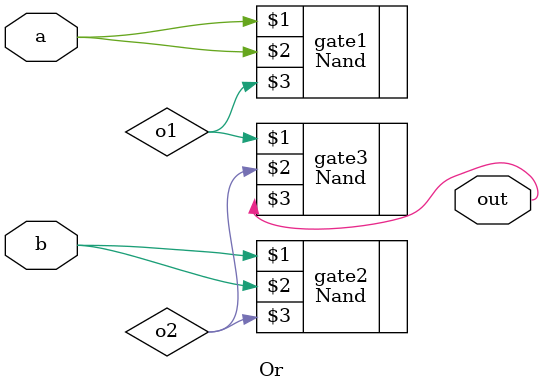
<source format=v>
`ifndef OR_V
`define OR_V
`include "nand.v"
module Or(
    input a, b,
    output out
);
    Nand gate1(a, a, o1);
    Nand gate2(b, b, o2);
    Nand gate3(o1, o2, out);
endmodule

`endif

</source>
